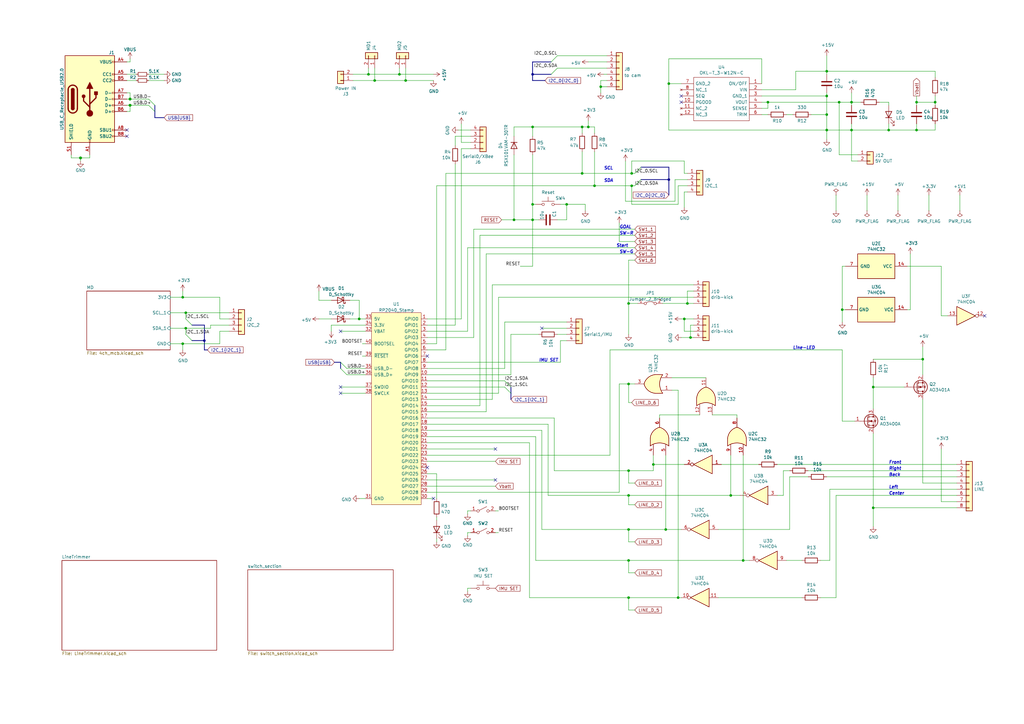
<source format=kicad_sch>
(kicad_sch (version 20211123) (generator eeschema)
  (paper "A3")
  (title_block (title "main board") (date "2022-12-10") (rev "V1.0") (company "A.Saeki"))
  (bus_alias "USB" (members "D+" "D-"))
  (bus_alias "I2C_1" (members "SDA" "SCL"))
  (bus_alias "I2C_0" (members "SDA" "SCL"))
  (junction (at 273.05 217.17))
  (junction (at 257.81 203.2))
  (junction (at 339.09 46.99))
  (junction (at 218.44 30.48))
  (junction (at 339.09 39.37))
  (junction (at 163.83 30.48))
  (junction (at 74.93 121.92))
  (junction (at 280.67 130.81))
  (junction (at 344.17 41.91))
  (junction (at 257.81 245.11))
  (junction (at 383.54 41.91))
  (junction (at 76.2 134.62))
  (junction (at 153.67 33.02))
  (junction (at 257.81 193.04))
  (junction (at 76.2 128.27))
  (junction (at 281.94 124.46))
  (junction (at 218.44 52.07))
  (junction (at 83.82 139.7))
  (junction (at 283.21 138.43))
  (junction (at 246.38 35.56))
  (junction (at 259.08 76.2))
  (junction (at 278.13 245.11))
  (junction (at 210.82 90.17))
  (junction (at 375.92 53.34))
  (junction (at 259.08 71.12))
  (junction (at 358.14 208.28))
  (junction (at 238.76 52.07))
  (junction (at 274.32 34.29))
  (junction (at 349.25 53.34))
  (junction (at 243.84 76.2))
  (junction (at 375.92 41.91))
  (junction (at 257.81 157.48))
  (junction (at 257.81 229.87))
  (junction (at 349.25 41.91))
  (junction (at 364.49 53.34))
  (junction (at 74.93 140.97))
  (junction (at 166.37 33.02))
  (junction (at 304.8 229.87))
  (junction (at 358.14 158.75))
  (junction (at 53.34 40.64) (diameter 1.016))
  (junction (at 299.72 203.2))
  (junction (at 314.96 41.91))
  (junction (at 267.97 190.5))
  (junction (at 345.44 127))
  (junction (at 274.32 73.66))
  (junction (at 232.41 83.82))
  (junction (at 257.81 217.17))
  (junction (at 378.46 147.32))
  (junction (at 218.44 90.17))
  (junction (at 257.81 124.46))
  (junction (at 339.09 29.21))
  (junction (at 218.44 83.82))
  (junction (at 238.76 71.12))
  (junction (at 241.3 52.07))
  (junction (at 53.34 43.18) (diameter 1.016))
  (junction (at 151.13 30.48))
  (junction (at 339.09 53.34))
  (junction (at 147.32 130.81))
  (junction (at 33.02 64.77) (diameter 1.016))
  (no_connect (at 403.86 129.54))
  (no_connect (at 222.25 134.62))
  (no_connect (at 139.7 158.75))
  (no_connect (at 139.7 135.89))
  (no_connect (at 175.26 191.77))
  (no_connect (at 139.7 161.29))
  (no_connect (at 203.2 184.15))
  (no_connect (at 177.8 204.47))
  (no_connect (at 279.4 39.37))
  (no_connect (at 175.26 146.05))
  (no_connect (at 279.4 41.91))
  (no_connect (at 203.2 196.85))
  (no_connect (at 52.07 53.34))
  (no_connect (at 52.07 55.88))
  (bus_entry (at 228.6 27.94) (size -2.54 2.54))
  (bus_entry (at 78.74 133.35) (size -2.54 -2.54))
  (bus_entry (at 228.6 22.86) (size -2.54 2.54))
  (bus_entry (at 60.96 43.18) (size 2.54 2.54))
  (bus_entry (at 207.01 158.75) (size 2.54 2.54))
  (bus_entry (at 207.01 156.21) (size 2.54 2.54))
  (bus_entry (at 139.7 148.59) (size 2.54 2.54))
  (bus_entry (at 60.96 40.64) (size 2.54 2.54))
  (bus_entry (at 139.7 151.13) (size 2.54 2.54))
  (bus_entry (at 260.35 71.12) (size 2.54 -2.54))
  (bus_entry (at 260.35 76.2) (size 2.54 -2.54))
  (bus_entry (at 78.74 139.7) (size -2.54 -2.54))
  (wire (pts (xy 218.44 83.82) (xy 219.71 83.82)))
  (wire (pts (xy 378.46 163.83) (xy 378.46 198.12)))
  (wire (pts (xy 257.81 106.68) (xy 257.81 124.46)))
  (wire (pts (xy 358.14 158.75) (xy 358.14 167.64)))
  (wire (pts (xy 201.93 163.83) (xy 201.93 116.84)))
  (wire (pts (xy 257.81 245.11) (xy 278.13 245.11)))
  (wire (pts (xy 312.42 36.83) (xy 326.39 36.83)))
  (wire (pts (xy 205.74 90.17) (xy 210.82 90.17)))
  (wire (pts (xy 175.26 194.31) (xy 179.07 194.31)))
  (wire (pts (xy 280.67 78.74) (xy 281.94 78.74)))
  (wire (pts (xy 241.3 49.53) (xy 241.3 52.07)))
  (wire (pts (xy 199.39 168.91) (xy 175.26 168.91)))
  (wire (pts (xy 175.26 151.13) (xy 207.01 151.13)))
  (wire (pts (xy 386.08 109.22) (xy 386.08 129.54)))
  (wire (pts (xy 228.6 22.86) (xy 248.92 22.86)))
  (wire (pts (xy 218.44 90.17) (xy 220.98 90.17)))
  (bus (pts (xy 63.5 43.18) (xy 63.5 45.72)))
  (wire (pts (xy 222.25 217.17) (xy 222.25 176.53)))
  (wire (pts (xy 222.25 217.17) (xy 257.81 217.17)))
  (wire (pts (xy 312.42 24.13) (xy 274.32 24.13)))
  (wire (pts (xy 60.96 33.02) (xy 67.31 33.02)))
  (wire (pts (xy 257.81 165.1) (xy 257.81 157.48)))
  (wire (pts (xy 294.64 245.11) (xy 328.93 245.11)))
  (bus (pts (xy 139.7 148.59) (xy 137.16 148.59)))
  (wire (pts (xy 273.05 217.17) (xy 279.4 217.17)))
  (wire (pts (xy 143.51 123.19) (xy 147.32 123.19)))
  (wire (pts (xy 207.01 151.13) (xy 207.01 132.08)))
  (wire (pts (xy 256.54 66.04) (xy 256.54 82.55)))
  (wire (pts (xy 344.17 63.5) (xy 351.79 63.5)))
  (wire (pts (xy 342.9 203.2) (xy 342.9 245.11)))
  (wire (pts (xy 148.59 140.97) (xy 149.86 140.97)))
  (wire (pts (xy 241.3 25.4) (xy 248.92 25.4)))
  (wire (pts (xy 74.93 121.92) (xy 90.17 121.92)))
  (wire (pts (xy 217.17 181.61) (xy 175.26 181.61)))
  (wire (pts (xy 175.26 133.35) (xy 186.69 133.35)))
  (wire (pts (xy 257.81 124.46) (xy 257.81 137.16)))
  (bus (pts (xy 78.74 133.35) (xy 83.82 133.35)))
  (wire (pts (xy 179.07 194.31) (xy 179.07 204.47)))
  (wire (pts (xy 218.44 90.17) (xy 218.44 109.22)))
  (wire (pts (xy 175.26 135.89) (xy 191.77 135.89)))
  (bus (pts (xy 83.82 143.51) (xy 85.09 143.51)))
  (wire (pts (xy 175.26 163.83) (xy 201.93 163.83)))
  (wire (pts (xy 90.17 130.81) (xy 93.98 130.81)))
  (wire (pts (xy 287.02 170.18) (xy 270.51 170.18)))
  (wire (pts (xy 182.88 143.51) (xy 182.88 71.12)))
  (wire (pts (xy 53.34 43.18) (xy 60.96 43.18)))
  (wire (pts (xy 392.43 203.2) (xy 342.9 203.2)))
  (wire (pts (xy 358.14 177.8) (xy 358.14 208.28)))
  (wire (pts (xy 386.08 184.15) (xy 386.08 205.74)))
  (wire (pts (xy 314.96 41.91) (xy 344.17 41.91)))
  (wire (pts (xy 238.76 54.61) (xy 238.76 52.07)))
  (wire (pts (xy 314.96 44.45) (xy 314.96 41.91)))
  (wire (pts (xy 257.81 250.19) (xy 257.81 245.11)))
  (bus (pts (xy 209.55 158.75) (xy 209.55 161.29)))
  (wire (pts (xy 227.33 193.04) (xy 257.81 193.04)))
  (wire (pts (xy 345.44 172.72) (xy 350.52 172.72)))
  (wire (pts (xy 375.92 39.37) (xy 375.92 41.91)))
  (wire (pts (xy 304.8 186.69) (xy 304.8 229.87)))
  (wire (pts (xy 270.51 170.18) (xy 270.51 171.45)))
  (wire (pts (xy 76.2 134.62) (xy 76.2 137.16)))
  (wire (pts (xy 274.32 34.29) (xy 274.32 53.34)))
  (wire (pts (xy 344.17 41.91) (xy 349.25 41.91)))
  (wire (pts (xy 191.77 101.6) (xy 260.35 101.6)))
  (bus (pts (xy 274.32 68.58) (xy 274.32 73.66)))
  (wire (pts (xy 147.32 130.81) (xy 149.86 130.81)))
  (wire (pts (xy 260.35 207.01) (xy 257.81 207.01)))
  (wire (pts (xy 346.71 109.22) (xy 345.44 109.22)))
  (wire (pts (xy 248.92 35.56) (xy 246.38 35.56)))
  (wire (pts (xy 318.77 203.2) (xy 321.31 203.2)))
  (wire (pts (xy 386.08 129.54) (xy 388.62 129.54)))
  (wire (pts (xy 175.26 130.81) (xy 189.23 130.81)))
  (wire (pts (xy 191.77 241.3) (xy 191.77 242.57)))
  (wire (pts (xy 372.11 109.22) (xy 386.08 109.22)))
  (wire (pts (xy 179.07 220.98) (xy 179.07 222.25)))
  (bus (pts (xy 262.89 68.58) (xy 274.32 68.58)))
  (wire (pts (xy 224.79 203.2) (xy 257.81 203.2)))
  (wire (pts (xy 364.49 53.34) (xy 375.92 53.34)))
  (bus (pts (xy 83.82 139.7) (xy 83.82 143.51)))
  (wire (pts (xy 260.35 234.95) (xy 257.81 234.95)))
  (wire (pts (xy 175.26 199.39) (xy 203.2 199.39)))
  (wire (pts (xy 52.07 30.48) (xy 55.88 30.48)))
  (wire (pts (xy 368.3 80.01) (xy 368.3 86.36)))
  (wire (pts (xy 373.38 104.14) (xy 373.38 127)))
  (wire (pts (xy 279.4 138.43) (xy 283.21 138.43)))
  (wire (pts (xy 175.26 186.69) (xy 250.19 186.69)))
  (wire (pts (xy 229.87 139.7) (xy 229.87 148.59)))
  (wire (pts (xy 340.36 229.87) (xy 336.55 229.87)))
  (wire (pts (xy 142.24 153.67) (xy 149.86 153.67)))
  (wire (pts (xy 191.77 135.89) (xy 191.77 101.6)))
  (wire (pts (xy 284.48 135.89) (xy 280.67 135.89)))
  (wire (pts (xy 326.39 29.21) (xy 326.39 36.83)))
  (bus (pts (xy 218.44 30.48) (xy 226.06 30.48)))
  (wire (pts (xy 52.07 33.02) (xy 55.88 33.02)))
  (wire (pts (xy 383.54 41.91) (xy 383.54 43.18)))
  (bus (pts (xy 83.82 133.35) (xy 83.82 139.7)))
  (wire (pts (xy 248.92 33.02) (xy 246.38 33.02)))
  (bus (pts (xy 63.5 48.26) (xy 67.31 48.26)))
  (wire (pts (xy 349.25 41.91) (xy 353.06 41.91)))
  (wire (pts (xy 52.07 45.72) (xy 53.34 45.72)))
  (wire (pts (xy 166.37 33.02) (xy 177.8 33.02)))
  (wire (pts (xy 339.09 53.34) (xy 349.25 53.34)))
  (wire (pts (xy 283.21 133.35) (xy 283.21 138.43)))
  (wire (pts (xy 312.42 39.37) (xy 339.09 39.37)))
  (wire (pts (xy 210.82 90.17) (xy 218.44 90.17)))
  (wire (pts (xy 76.2 128.27) (xy 76.2 130.81)))
  (wire (pts (xy 254 157.48) (xy 257.81 157.48)))
  (wire (pts (xy 135.89 133.35) (xy 135.89 135.89)))
  (wire (pts (xy 217.17 245.11) (xy 257.81 245.11)))
  (wire (pts (xy 201.93 116.84) (xy 284.48 116.84)))
  (wire (pts (xy 175.26 196.85) (xy 203.2 196.85)))
  (wire (pts (xy 224.79 173.99) (xy 224.79 203.2)))
  (wire (pts (xy 349.25 50.8) (xy 349.25 53.34)))
  (wire (pts (xy 267.97 190.5) (xy 267.97 193.04)))
  (wire (pts (xy 69.85 121.92) (xy 74.93 121.92)))
  (wire (pts (xy 53.34 24.13) (xy 53.34 25.4)))
  (wire (pts (xy 281.94 124.46) (xy 271.78 124.46)))
  (wire (pts (xy 392.43 208.28) (xy 358.14 208.28)))
  (wire (pts (xy 179.07 140.97) (xy 179.07 76.2)))
  (wire (pts (xy 349.25 66.04) (xy 351.79 66.04)))
  (wire (pts (xy 243.84 62.23) (xy 243.84 76.2)))
  (wire (pts (xy 193.04 58.42) (xy 189.23 58.42)))
  (wire (pts (xy 149.86 133.35) (xy 135.89 133.35)))
  (wire (pts (xy 358.14 208.28) (xy 358.14 215.9)))
  (wire (pts (xy 257.81 203.2) (xy 299.72 203.2)))
  (wire (pts (xy 204.47 161.29) (xy 204.47 121.92)))
  (wire (pts (xy 53.34 40.64) (xy 60.96 40.64)))
  (bus (pts (xy 209.55 161.29) (xy 209.55 163.83)))
  (wire (pts (xy 259.08 76.2) (xy 260.35 76.2)))
  (bus (pts (xy 63.5 45.72) (xy 63.5 48.26)))
  (wire (pts (xy 364.49 41.91) (xy 364.49 43.18)))
  (wire (pts (xy 53.34 45.72) (xy 53.34 43.18)))
  (wire (pts (xy 130.81 119.38) (xy 130.81 123.19)))
  (wire (pts (xy 228.6 90.17) (xy 232.41 90.17)))
  (wire (pts (xy 299.72 203.2) (xy 303.53 203.2)))
  (wire (pts (xy 278.13 245.11) (xy 279.4 245.11)))
  (wire (pts (xy 274.32 53.34) (xy 339.09 53.34)))
  (wire (pts (xy 229.87 83.82) (xy 232.41 83.82)))
  (wire (pts (xy 74.93 121.92) (xy 74.93 119.38)))
  (wire (pts (xy 193.04 55.88) (xy 186.69 55.88)))
  (wire (pts (xy 339.09 29.21) (xy 383.54 29.21)))
  (wire (pts (xy 69.85 128.27) (xy 76.2 128.27)))
  (wire (pts (xy 332.74 46.99) (xy 339.09 46.99)))
  (wire (pts (xy 364.49 50.8) (xy 364.49 53.34)))
  (wire (pts (xy 228.6 137.16) (xy 232.41 137.16)))
  (wire (pts (xy 254 99.06) (xy 254 91.44)))
  (wire (pts (xy 199.39 104.14) (xy 260.35 104.14)))
  (wire (pts (xy 52.07 43.18) (xy 53.34 43.18)))
  (wire (pts (xy 52.07 38.1) (xy 53.34 38.1)))
  (wire (pts (xy 358.14 147.32) (xy 378.46 147.32)))
  (wire (pts (xy 243.84 76.2) (xy 259.08 76.2)))
  (wire (pts (xy 375.92 41.91) (xy 375.92 43.18)))
  (wire (pts (xy 218.44 52.07) (xy 238.76 52.07)))
  (wire (pts (xy 259.08 76.2) (xy 259.08 83.82)))
  (wire (pts (xy 257.81 229.87) (xy 304.8 229.87)))
  (wire (pts (xy 186.69 59.69) (xy 186.69 55.88)))
  (wire (pts (xy 342.9 80.01) (xy 342.9 86.36)))
  (wire (pts (xy 144.78 30.48) (xy 151.13 30.48)))
  (wire (pts (xy 203.2 218.44) (xy 204.47 218.44)))
  (wire (pts (xy 292.1 170.18) (xy 302.26 170.18)))
  (wire (pts (xy 256.54 82.55) (xy 276.86 82.55)))
  (wire (pts (xy 144.78 33.02) (xy 153.67 33.02)))
  (wire (pts (xy 257.81 198.12) (xy 257.81 193.04)))
  (wire (pts (xy 304.8 229.87) (xy 307.34 229.87)))
  (wire (pts (xy 278.13 76.2) (xy 278.13 83.82)))
  (wire (pts (xy 370.84 158.75) (xy 358.14 158.75)))
  (wire (pts (xy 175.26 184.15) (xy 203.2 184.15)))
  (wire (pts (xy 179.07 212.09) (xy 179.07 213.36)))
  (wire (pts (xy 375.92 41.91) (xy 383.54 41.91)))
  (wire (pts (xy 383.54 39.37) (xy 383.54 41.91)))
  (wire (pts (xy 392.43 200.66) (xy 340.36 200.66)))
  (wire (pts (xy 339.09 22.86) (xy 339.09 29.21)))
  (wire (pts (xy 191.77 209.55) (xy 191.77 210.82)))
  (wire (pts (xy 60.96 30.48) (xy 67.31 30.48)))
  (wire (pts (xy 130.81 130.81) (xy 135.89 130.81)))
  (wire (pts (xy 339.09 29.21) (xy 339.09 30.48)))
  (wire (pts (xy 280.67 190.5) (xy 267.97 190.5)))
  (wire (pts (xy 36.83 64.77) (xy 36.83 63.5)))
  (wire (pts (xy 232.41 139.7) (xy 229.87 139.7)))
  (wire (pts (xy 196.85 96.52) (xy 260.35 96.52)))
  (wire (pts (xy 323.85 195.58) (xy 331.47 195.58)))
  (wire (pts (xy 74.93 140.97) (xy 74.93 143.51)))
  (wire (pts (xy 187.96 53.34) (xy 193.04 53.34)))
  (wire (pts (xy 393.7 80.01) (xy 393.7 86.36)))
  (wire (pts (xy 175.26 143.51) (xy 182.88 143.51)))
  (wire (pts (xy 279.4 34.29) (xy 274.32 34.29)))
  (wire (pts (xy 299.72 186.69) (xy 299.72 203.2)))
  (wire (pts (xy 318.77 190.5) (xy 392.43 190.5)))
  (wire (pts (xy 90.17 135.89) (xy 93.98 135.89)))
  (wire (pts (xy 257.81 217.17) (xy 273.05 217.17)))
  (wire (pts (xy 383.54 50.8) (xy 383.54 53.34)))
  (bus (pts (xy 218.44 25.4) (xy 218.44 30.48)))
  (wire (pts (xy 284.48 124.46) (xy 281.94 124.46)))
  (wire (pts (xy 238.76 62.23) (xy 238.76 71.12)))
  (bus (pts (xy 226.06 25.4) (xy 218.44 25.4)))
  (wire (pts (xy 260.35 222.25) (xy 257.81 222.25)))
  (wire (pts (xy 274.32 24.13) (xy 274.32 34.29)))
  (wire (pts (xy 241.3 52.07) (xy 243.84 52.07)))
  (wire (pts (xy 149.86 135.89) (xy 139.7 135.89)))
  (wire (pts (xy 246.38 33.02) (xy 246.38 35.56)))
  (wire (pts (xy 189.23 130.81) (xy 189.23 60.96)))
  (wire (pts (xy 175.26 189.23) (xy 203.2 189.23)))
  (wire (pts (xy 217.17 245.11) (xy 217.17 181.61)))
  (wire (pts (xy 280.67 130.81) (xy 284.48 130.81)))
  (wire (pts (xy 175.26 156.21) (xy 207.01 156.21)))
  (wire (pts (xy 383.54 29.21) (xy 383.54 31.75)))
  (bus (pts (xy 274.32 73.66) (xy 274.32 80.01)))
  (wire (pts (xy 76.2 128.27) (xy 93.98 128.27)))
  (wire (pts (xy 207.01 132.08) (xy 232.41 132.08)))
  (wire (pts (xy 33.02 64.77) (xy 36.83 64.77)))
  (wire (pts (xy 295.91 190.5) (xy 311.15 190.5)))
  (wire (pts (xy 191.77 218.44) (xy 191.77 219.71)))
  (wire (pts (xy 194.31 93.98) (xy 260.35 93.98)))
  (wire (pts (xy 29.21 63.5) (xy 29.21 64.77)))
  (wire (pts (xy 339.09 38.1) (xy 339.09 39.37)))
  (wire (pts (xy 175.26 201.93) (xy 254 201.93)))
  (wire (pts (xy 149.86 161.29) (xy 139.7 161.29)))
  (wire (pts (xy 182.88 71.12) (xy 238.76 71.12)))
  (wire (pts (xy 143.51 130.81) (xy 147.32 130.81)))
  (bus (pts (xy 218.44 30.48) (xy 218.44 33.02)))
  (wire (pts (xy 86.36 133.35) (xy 86.36 134.62)))
  (wire (pts (xy 149.86 158.75) (xy 139.7 158.75)))
  (wire (pts (xy 250.19 143.51) (xy 250.19 186.69)))
  (wire (pts (xy 280.67 71.12) (xy 281.94 71.12)))
  (wire (pts (xy 175.26 148.59) (xy 229.87 148.59)))
  (wire (pts (xy 196.85 96.52) (xy 196.85 166.37)))
  (wire (pts (xy 246.38 35.56) (xy 246.38 38.1)))
  (wire (pts (xy 349.25 53.34) (xy 364.49 53.34)))
  (wire (pts (xy 163.83 27.94) (xy 163.83 30.48)))
  (wire (pts (xy 339.09 39.37) (xy 339.09 46.99)))
  (wire (pts (xy 358.14 154.94) (xy 358.14 158.75)))
  (wire (pts (xy 151.13 27.94) (xy 151.13 30.48)))
  (wire (pts (xy 204.47 121.92) (xy 284.48 121.92)))
  (wire (pts (xy 189.23 60.96) (xy 193.04 60.96)))
  (wire (pts (xy 322.58 229.87) (xy 328.93 229.87)))
  (wire (pts (xy 340.36 200.66) (xy 340.36 229.87)))
  (wire (pts (xy 238.76 52.07) (xy 241.3 52.07)))
  (bus (pts (xy 218.44 33.02) (xy 223.52 33.02)))
  (wire (pts (xy 278.13 76.2) (xy 281.94 76.2)))
  (wire (pts (xy 147.32 204.47) (xy 149.86 204.47)))
  (wire (pts (xy 257.81 234.95) (xy 257.81 229.87)))
  (wire (pts (xy 375.92 53.34) (xy 383.54 53.34)))
  (wire (pts (xy 209.55 153.67) (xy 175.26 153.67)))
  (wire (pts (xy 93.98 133.35) (xy 86.36 133.35)))
  (wire (pts (xy 346.71 127) (xy 345.44 127)))
  (wire (pts (xy 166.37 27.94) (xy 166.37 33.02)))
  (wire (pts (xy 175.26 158.75) (xy 207.01 158.75)))
  (wire (pts (xy 373.38 127) (xy 372.11 127)))
  (wire (pts (xy 321.31 193.04) (xy 323.85 193.04)))
  (wire (pts (xy 151.13 30.48) (xy 163.83 30.48)))
  (wire (pts (xy 312.42 41.91) (xy 314.96 41.91)))
  (wire (pts (xy 322.58 46.99) (xy 325.12 46.99)))
  (wire (pts (xy 260.35 250.19) (xy 257.81 250.19)))
  (wire (pts (xy 130.81 123.19) (xy 135.89 123.19)))
  (wire (pts (xy 344.17 41.91) (xy 344.17 63.5)))
  (wire (pts (xy 52.07 40.64) (xy 53.34 40.64)))
  (wire (pts (xy 273.05 186.69) (xy 273.05 217.17)))
  (wire (pts (xy 222.25 176.53) (xy 175.26 176.53)))
  (wire (pts (xy 386.08 205.74) (xy 392.43 205.74)))
  (wire (pts (xy 284.48 133.35) (xy 283.21 133.35)))
  (wire (pts (xy 228.6 27.94) (xy 248.92 27.94)))
  (wire (pts (xy 203.2 209.55) (xy 204.47 209.55)))
  (wire (pts (xy 177.8 204.47) (xy 175.26 204.47)))
  (wire (pts (xy 193.04 218.44) (xy 191.77 218.44)))
  (wire (pts (xy 194.31 138.43) (xy 194.31 93.98)))
  (wire (pts (xy 210.82 52.07) (xy 210.82 55.88)))
  (wire (pts (xy 213.36 109.22) (xy 218.44 109.22)))
  (wire (pts (xy 312.42 34.29) (xy 312.42 24.13)))
  (wire (pts (xy 247.65 30.48) (xy 248.92 30.48)))
  (wire (pts (xy 33.02 64.77) (xy 33.02 66.04)))
  (wire (pts (xy 218.44 83.82) (xy 218.44 90.17)))
  (wire (pts (xy 331.47 193.04) (xy 392.43 193.04)))
  (wire (pts (xy 232.41 90.17) (xy 232.41 83.82)))
  (wire (pts (xy 267.97 186.69) (xy 267.97 190.5)))
  (wire (pts (xy 339.09 46.99) (xy 339.09 53.34)))
  (wire (pts (xy 148.59 146.05) (xy 149.86 146.05)))
  (wire (pts (xy 153.67 33.02) (xy 166.37 33.02)))
  (wire (pts (xy 275.59 154.94) (xy 289.56 154.94)))
  (wire (pts (xy 90.17 121.92) (xy 90.17 130.81)))
  (wire (pts (xy 260.35 198.12) (xy 257.81 198.12)))
  (bus (pts (xy 262.89 73.66) (xy 274.32 73.66)))
  (wire (pts (xy 147.32 123.19) (xy 147.32 130.81)))
  (wire (pts (xy 232.41 134.62) (xy 222.25 134.62)))
  (wire (pts (xy 345.44 109.22) (xy 345.44 127)))
  (wire (pts (xy 153.67 27.94) (xy 153.67 33.02)))
  (wire (pts (xy 69.85 140.97) (xy 74.93 140.97)))
  (wire (pts (xy 345.44 127) (xy 345.44 132.08)))
  (bus (pts (xy 139.7 151.13) (xy 139.7 148.59)))
  (wire (pts (xy 232.41 83.82) (xy 240.03 83.82)))
  (wire (pts (xy 179.07 76.2) (xy 243.84 76.2)))
  (wire (pts (xy 259.08 66.04) (xy 280.67 66.04)))
  (wire (pts (xy 175.26 171.45) (xy 227.33 171.45)))
  (wire (pts (xy 254 157.48) (xy 254 201.93)))
  (wire (pts (xy 218.44 55.88) (xy 218.44 52.07)))
  (wire (pts (xy 218.44 63.5) (xy 218.44 83.82)))
  (wire (pts (xy 355.6 80.01) (xy 355.6 86.36)))
  (wire (pts (xy 193.04 241.3) (xy 191.77 241.3)))
  (wire (pts (xy 321.31 203.2) (xy 321.31 193.04)))
  (wire (pts (xy 238.76 71.12) (xy 259.08 71.12)))
  (wire (pts (xy 261.62 124.46) (xy 257.81 124.46)))
  (wire (pts (xy 210.82 63.5) (xy 210.82 90.17)))
  (wire (pts (xy 349.25 53.34) (xy 349.25 66.04)))
  (wire (pts (xy 375.92 50.8) (xy 375.92 53.34)))
  (wire (pts (xy 276.86 73.66) (xy 276.86 82.55)))
  (wire (pts (xy 209.55 137.16) (xy 220.98 137.16)))
  (wire (pts (xy 302.26 170.18) (xy 302.26 171.45)))
  (wire (pts (xy 294.64 217.17) (xy 323.85 217.17)))
  (wire (pts (xy 193.04 209.55) (xy 191.77 209.55)))
  (bus (pts (xy 78.74 139.7) (xy 83.82 139.7)))
  (wire (pts (xy 378.46 142.24) (xy 378.46 147.32)))
  (wire (pts (xy 175.26 161.29) (xy 204.47 161.29)))
  (wire (pts (xy 339.09 53.34) (xy 339.09 57.15)))
  (wire (pts (xy 312.42 46.99) (xy 314.96 46.99)))
  (wire (pts (xy 276.86 73.66) (xy 281.94 73.66)))
  (wire (pts (xy 175.26 179.07) (xy 219.71 179.07)))
  (wire (pts (xy 219.71 179.07) (xy 219.71 229.87)))
  (wire (pts (xy 257.81 157.48) (xy 260.35 157.48)))
  (wire (pts (xy 275.59 160.02) (xy 278.13 160.02)))
  (wire (pts (xy 259.08 165.1) (xy 257.81 165.1)))
  (wire (pts (xy 257.81 193.04) (xy 267.97 193.04)))
  (wire (pts (xy 210.82 52.07) (xy 218.44 52.07)))
  (wire (pts (xy 280.67 135.89) (xy 280.67 130.81)))
  (wire (pts (xy 53.34 38.1) (xy 53.34 40.64)))
  (wire (pts (xy 259.08 71.12) (xy 259.08 66.04)))
  (wire (pts (xy 312.42 44.45) (xy 314.96 44.45)))
  (wire (pts (xy 260.35 106.68) (xy 257.81 106.68)))
  (wire (pts (xy 74.93 140.97) (xy 90.17 140.97)))
  (wire (pts (xy 175.26 173.99) (xy 224.79 173.99)))
  (wire (pts (xy 240.03 83.82) (xy 240.03 86.36)))
  (wire (pts (xy 250.19 143.51) (xy 345.44 143.51)))
  (wire (pts (xy 284.48 119.38) (xy 281.94 119.38)))
  (wire (pts (xy 279.4 130.81) (xy 280.67 130.81)))
  (wire (pts (xy 142.24 151.13) (xy 149.86 151.13)))
  (wire (pts (xy 278.13 160.02) (xy 278.13 245.11)))
  (wire (pts (xy 342.9 245.11) (xy 336.55 245.11)))
  (wire (pts (xy 345.44 143.51) (xy 345.44 172.72)))
  (wire (pts (xy 199.39 104.14) (xy 199.39 168.91)))
  (wire (pts (xy 260.35 99.06) (xy 254 99.06)))
  (wire (pts (xy 257.81 222.25) (xy 257.81 217.17)))
  (wire (pts (xy 186.69 133.35) (xy 186.69 67.31)))
  (wire (pts (xy 163.83 30.48) (xy 177.8 30.48)))
  (wire (pts (xy 219.71 229.87) (xy 257.81 229.87)))
  (wire (pts (xy 349.25 38.1) (xy 349.25 41.91)))
  (wire (pts (xy 349.25 41.91) (xy 349.25 43.18)))
  (wire (pts (xy 339.09 195.58) (xy 392.43 195.58)))
  (wire (pts (xy 196.85 166.37) (xy 175.26 166.37)))
  (wire (pts (xy 323.85 195.58) (xy 323.85 217.17)))
  (wire (pts (xy 257.81 207.01) (xy 257.81 203.2)))
  (wire (pts (xy 360.68 41.91) (xy 364.49 41.91)))
  (wire (pts (xy 259.08 71.12) (xy 260.35 71.12)))
  (wire (pts (xy 227.33 171.45) (xy 227.33 193.04)))
  (wire (pts (xy 281.94 119.38) (xy 281.94 124.46)))
  (wire (pts (xy 326.39 29.21) (xy 339.09 29.21)))
  (wire (pts (xy 175.26 138.43) (xy 194.31 138.43)))
  (wire (pts (xy 283.21 138.43) (xy 284.48 138.43)))
  (wire (pts (xy 280.67 66.04) (xy 280.67 71.12)))
  (wire (pts (xy 381 80.01) (xy 381 86.36)))
  (wire (pts (xy 86.36 134.62) (xy 76.2 134.62)))
  (wire (pts (xy 243.84 52.07) (xy 243.84 54.61)))
  (wire (pts (xy 52.07 25.4) (xy 53.34 25.4)))
  (wire (pts (xy 90.17 140.97) (xy 90.17 135.89)))
  (wire (pts (xy 175.26 140.97) (xy 179.07 140.97)))
  (wire (pts (xy 392.43 198.12) (xy 378.46 198.12)))
  (wire (pts (xy 76.2 134.62) (xy 69.85 134.62)))
  (wire (pts (xy 378.46 147.32) (xy 378.46 153.67)))
  (wire (pts (xy 189.23 58.42) (xy 189.23 50.8)))
  (wire (pts (xy 209.55 137.16) (xy 209.55 153.67)))
  (wire (pts (xy 29.21 64.77) (xy 33.02 64.77)))
  (wire (pts (xy 259.08 83.82) (xy 278.13 83.82)))
  (wire (pts (xy 280.67 85.09) (xy 280.67 78.74)))
  (text "GOAL" (at 254 93.98 0) (effects (font (size 1.27 1.27) (thickness 0.254) bold italic) (justify left bottom)))
  (text "Line-LED" (at 325.12 143.51 0) (effects (font (size 1.27 1.27) (thickness 0.254) bold italic) (justify left bottom)))
  (text "Front" (at 364.49 190.5 0) (effects (font (size 1.27 1.27) (thickness 0.254) bold italic) (justify left bottom)))
  (text "SCL" (at 247.65 69.85 0) (effects (font (size 1.27 1.27) (thickness 0.254) bold italic) (justify left bottom)))
  (text "Back" (at 364.49 195.58 0) (effects (font (size 1.27 1.27) (thickness 0.254) bold italic) (justify left bottom)))
  (text "Left" (at 364.49 200.66 0) (effects (font (size 1.27 1.27) (thickness 0.254) bold italic) (justify left bottom)))
  (text "Center" (at 364.49 203.2 0) (effects (font (size 1.27 1.27) (thickness 0.254) bold italic) (justify left bottom)))
  (text "SDA" (at 247.65 74.93 0) (effects (font (size 1.27 1.27) (thickness 0.254) bold italic) (justify left bottom)))
  (text "IMU SET" (at 220.98 148.59 0) (effects (font (size 1.27 1.27) (thickness 0.254) bold italic) (justify left bottom)))
  (text "Start" (at 252.73 101.6 0) (effects (font (size 1.27 1.27) (thickness 0.254) bold italic) (justify left bottom)))
  (text "Right" (at 364.49 193.04 0) (effects (font (size 1.27 1.27) (thickness 0.254) bold italic) (justify left bottom)))
  (text "SW-G" (at 254 104.14 0) (effects (font (size 1.27 1.27) (thickness 0.254) bold italic) (justify left bottom)))
  (text "SW-R" (at 254 96.52 0) (effects (font (size 1.27 1.27) (thickness 0.254) bold italic) (justify left bottom)))
  (label "USB.D+" (at 54.61 43.18 0))
  (label "I2C_0.SCL" (at 228.6 22.86 180))
  (label "RESET" (at 204.47 218.44 0))
  (label "USB.D-" (at 149.86 151.13 180))
  (label "I2C_1.SDA" (at 207.01 156.21 0))
  (label "I2C_0.SDA" (at 260.35 76.2 0))
  (label "I2C_0.SCL" (at 260.35 71.12 0))
  (label "RESET" (at 148.59 146.05 180))
  (label "USB.D-" (at 54.61 40.64 0))
  (label "RESET" (at 213.36 109.22 180))
  (label "BOOTSET" (at 204.47 209.55 0))
  (label "BOOTSET" (at 148.59 140.97 180))
  (label "I2C_0.SDA" (at 228.6 27.94 180))
  (label "USB.D+" (at 149.86 153.67 180))
  (label "I2C_1.SCL" (at 207.01 158.75 0))
  (label "I2C_1.SDA" (at 76.2 137.16 0))
  (label "I2C_1.SCL" (at 76.2 130.81 0))
  (global_label "I2C_1{I2C_1}" (shape input) (at 209.55 163.83 0) (property "Intersheet References" "${INTERSHEET_REFS}" (effects hide)))
  (global_label "SW1_2" (shape input) (at 260.35 96.52 0) (property "Intersheet References" "${INTERSHEET_REFS}" (effects hide)))
  (global_label "IMU SET" (shape input) (at 203.2 189.23 0) (property "Intersheet References" "${INTERSHEET_REFS}" (effects hide)))
  (global_label "LINE_D_5" (shape input) (at 260.35 250.19 0) (property "Intersheet References" "${INTERSHEET_REFS}" (effects hide)))
  (global_label "SW1_4" (shape input) (at 260.35 101.6 0) (property "Intersheet References" "${INTERSHEET_REFS}" (effects hide)))
  (global_label "SW1_5" (shape input) (at 260.35 104.14 0) (property "Intersheet References" "${INTERSHEET_REFS}" (effects hide)))
  (global_label "I2C_1{I2C_1}" (shape input) (at 85.09 143.51 0) (property "Intersheet References" "${INTERSHEET_REFS}" (effects hide)))
  (global_label "SW1_1" (shape input) (at 260.35 93.98 0) (property "Intersheet References" "${INTERSHEET_REFS}" (effects hide)))
  (global_label "LINE_D_3" (shape input) (at 260.35 222.25 0) (property "Intersheet References" "${INTERSHEET_REFS}" (effects hide)))
  (global_label "LINE_D_6" (shape input) (at 259.08 165.1 0) (property "Intersheet References" "${INTERSHEET_REFS}" (effects hide)))
  (global_label "LINE_D_4" (shape input) (at 260.35 234.95 0) (property "Intersheet References" "${INTERSHEET_REFS}" (effects hide)))
  (global_label "Vbatt" (shape input) (at 203.2 199.39 0) (property "Intersheet References" "${INTERSHEET_REFS}" (effects hide)))
  (global_label "USB{USB}" (shape input) (at 67.31 48.26 0) (property "Intersheet References" "${INTERSHEET_REFS}" (effects hide)))
  (global_label "LINE_D_1" (shape input) (at 260.35 198.12 0) (property "Intersheet References" "${INTERSHEET_REFS}" (effects hide)))
  (global_label "USB{USB}" (shape input) (at 137.16 148.59 180) (property "Intersheet References" "${INTERSHEET_REFS}" (effects hide)))
  (global_label "SW1_3" (shape input) (at 260.35 99.06 0) (property "Intersheet References" "${INTERSHEET_REFS}" (effects hide)))
  (global_label "I2C_0{I2C_0}" (shape input) (at 274.32 80.01 180) (property "Intersheet References" "${INTERSHEET_REFS}" (effects hide)))
  (global_label "LINE_D_2" (shape input) (at 260.35 207.01 0) (property "Intersheet References" "${INTERSHEET_REFS}" (effects hide)))
  (global_label "SW1_6" (shape input) (at 260.35 106.68 0) (property "Intersheet References" "${INTERSHEET_REFS}" (effects hide)))
  (global_label "I2C_0{I2C_0}" (shape input) (at 223.52 33.02 0) (property "Intersheet References" "${INTERSHEET_REFS}" (effects hide)))
  (global_label "RESET" (shape input) (at 205.74 90.17 180) (property "Intersheet References" "${INTERSHEET_REFS}" (effects hide)))
  (global_label "IMU SET" (shape input) (at 203.2 241.3 0) (property "Intersheet References" "${INTERSHEET_REFS}" (effects hide)))
  (global_label "Vbatt" (shape output) (at 375.92 39.37 90) (property "Intersheet References" "${INTERSHEET_REFS}" (effects hide)))
  (symbol (lib_id "power:+5V") (at 130.81 130.81 90) (unit 1)
    (property "Reference" "#PWR08" (effects hide))
    (property "Value" "+5V" (at 127.6351 131.2438 90) (effects (justify left)))
  )
  (symbol (lib_id "Connector_Generic:Conn_01x06") (at 254 27.94 0) (unit 1)
    (property "Reference" "J8" (at 256.032 28.3753 0) (effects (justify left)))
    (property "Value" "to cam" (at 256.032 30.9122 0) (effects (justify left)))
    (property "Footprint" "0.main.robot:JSTB6B-ZR" (effects hide))
  )
  (symbol (lib_id "power:+5V") (at 378.46 142.24 0) (unit 1)
    (property "Reference" "#PWR039" (effects hide))
    (property "Value" "+5V" (at 378.841 137.8458 0))
  )
  (symbol (lib_id "power:GND") (at 358.14 215.9 0) (unit 1)
    (property "Reference" "#PWR036" (effects hide))
    (property "Value" "GND" (at 358.267 220.2942 0))
  )
  (symbol (lib_id "Switch:SW_Push") (at 198.12 241.3 0) (unit 1)
    (property "Reference" "SW3" (at 198.12 233.68 0))
    (property "Value" "IMU SET" (at 198.12 236.22 0))
    (property "Footprint" "Button_Switch_THT:SW_Tactile_Straight_KSA0Axx1LFTR" (effects hide))
  )
  (symbol (lib_id "power:+3V3") (at 241.3 49.53 0) (unit 1)
    (property "Reference" "#PWR021" (effects hide))
    (property "Value" "+3V3" (at 241.681 45.1358 0))
  )
  (symbol (lib_id "Device:D_Schottky") (at 139.7 130.81 180) (unit 1)
    (property "Reference" "D2" (at 140.0175 125.8402 0))
    (property "Value" "D_Schottky" (at 140.0175 128.3771 0))
    (property "Footprint" "Diode_SMD:D_0805_2012Metric_Pad1.15x1.40mm_HandSolder" (effects hide))
  )
  (symbol (lib_id "power:+3V3") (at 74.93 119.38 0) (unit 1)
    (property "Reference" "#PWR05" (effects hide))
    (property "Value" "+3V3" (at 75.311 114.9858 0))
  )
  (symbol (lib_id "Device:R") (at 318.77 46.99 270) (unit 1)
    (property "Reference" "R10" (at 318.77 49.53 90))
    (property "Value" "1k" (at 318.77 44.0436 90))
    (property "Footprint" "Resistor_THT:R_Axial_DIN0204_L3.6mm_D1.6mm_P5.08mm_Horizontal" (effects hide))
  )
  (symbol (lib_id "Connector_Generic:Conn_01x02") (at 166.37 22.86 270) (mirror x) (unit 1)
    (property "Reference" "J5" (at 166.1668 20.828 0) (effects (justify left)))
    (property "Value" "MD2" (at 163.8554 20.828 0) (effects (justify left)))
    (property "Footprint" "Connector_JST:JST_XH_S2B-XH-A-1_1x02_P2.50mm_Horizontal" (effects hide))
  )
  (symbol (lib_id "Device:C") (at 224.79 90.17 270) (unit 1)
    (property "Reference" "C1" (at 227.33 86.36 0) (effects (justify left)))
    (property "Value" "10u" (at 222.25 86.36 0) (effects (justify left)))
    (property "Footprint" "Capacitor_SMD:C_0603_1608Metric_Pad1.08x0.95mm_HandSolder" (effects hide))
  )
  (symbol (lib_id "Device:R") (at 179.07 208.28 180) (unit 1)
    (property "Reference" "R3" (at 180.848 207.4453 0) (effects (justify right)))
    (property "Value" "470" (at 180.848 209.9822 0) (effects (justify right)))
    (property "Footprint" "Resistor_SMD:R_0603_1608Metric_Pad0.98x0.95mm_HandSolder" (effects hide))
  )
  (symbol (lib_id "Device:C") (at 349.25 46.99 0) (unit 1)
    (property "Reference" "C3" (at 352.171 45.8216 0) (effects (justify left)))
    (property "Value" "10u" (at 352.171 48.133 0) (effects (justify left)))
    (property "Footprint" "Capacitor_SMD:C_0603_1608Metric_Pad1.08x0.95mm_HandSolder" (effects hide))
  )
  (symbol (lib_id "power:+5V") (at 349.25 38.1 0) (unit 1)
    (property "Reference" "#PWR034" (effects hide))
    (property "Value" "+5V" (at 349.631 33.7058 0))
  )
  (symbol (lib_id "Connector_Generic:Conn_01x04") (at 289.56 133.35 0) (unit 1)
    (property "Reference" "J11" (at 291.592 133.5532 0) (effects (justify left)))
    (property "Value" "drib-kick" (at 291.592 135.8646 0) (effects (justify left)))
    (property "Footprint" "Connector_PinHeader_2.54mm:PinHeader_1x04_P2.54mm_Vertical" (effects hide))
  )
  (symbol (lib_id "power:PWR_FLAG") (at 381 86.36 180) (unit 1)
    (property "Reference" "#FLG04" (effects hide))
    (property "Value" "PWR_FLAG" (at 381 90.7542 0))
  )
  (symbol (lib_id "power:+3V3") (at 135.89 135.89 180) (unit 1)
    (property "Reference" "#PWR09" (effects hide))
    (property "Value" "+3V3" (at 135.509 140.2842 0))
  )
  (symbol (lib_id "Connector_Generic:Conn_01x04") (at 198.12 58.42 0) (mirror x) (unit 1)
    (property "Reference" "J6" (at 196.0372 66.4718 0))
    (property "Value" "Serial0/XBee" (at 196.0372 64.1604 0))
    (property "Footprint" "Connector_PinHeader_2.54mm:PinHeader_1x04_P2.54mm_Vertical" (effects hide))
  )
  (symbol (lib_id "power:+3V3") (at 256.54 66.04 0) (unit 1)
    (property "Reference" "#PWR025" (effects hide))
    (property "Value" "+3V3" (at 256.921 61.6458 0))
  )
  (symbol (lib_id "Device:R") (at 383.54 35.56 0) (unit 1)
    (property "Reference" "R18" (at 385.318 34.3916 0) (effects (justify left)))
    (property "Value" "47k" (at 385.318 36.703 0) (effects (justify left)))
    (property "Footprint" "Resistor_SMD:R_0603_1608Metric_Pad0.98x0.95mm_HandSolder" (effects hide))
  )
  (symbol (lib_id "power:+15V") (at 177.8 30.48 270) (unit 1)
    (property "Reference" "#PWR011" (effects hide))
    (property "Value" "+15V" (at 182.1942 30.861 0))
  )
  (symbol (lib_id "power:+1V1") (at 393.7 80.01 0) (unit 1)
    (property "Reference" "#PWR042" (effects hide))
    (property "Value" "+1V1" (at 393.7 76.4342 0))
  )
  (symbol (lib_id "Connector:USB_C_Receptacle_USB2.0") (at 36.83 40.64 0) (unit 1)
    (property "Reference" "J1" (at 46.99 21.59 0) (effects (justify right)))
    (property "Value" "USB_C_Receptacle_USB2.0" (at 25.4 40.64 90))
    (property "Footprint" "Connector_USB:USB_C_Receptacle_XKB_U262-16XN-4BVC11" (effects hide))
    (property "Datasheet" "https://www.usb.org/sites/default/files/documents/usb_type-c.zip" (effects hide))
    (property "LCSC" "C319148" (effects hide))
  )
  (symbol (lib_id "power:GND") (at 279.4 138.43 270) (unit 1)
    (property "Reference" "#PWR028" (effects hide))
    (property "Value" "GND" (at 275.0058 138.557 0))
  )
  (symbol (lib_id "74xx:74HC04") (at 287.02 245.11 0) (mirror y) (unit 5)
    (property "Reference" "U3" (at 287.02 237.0582 0))
    (property "Value" "74HC04" (at 287.02 239.3696 0))
    (property "Footprint" "0.main.robot:SOP14W" (effects hide))
    (property "Datasheet" "https://assets.nexperia.com/documents/data-sheet/74HC_HCT04.pdf" (effects hide))
  )
  (symbol (lib_id "Device:R") (at 327.66 193.04 90) (mirror x) (unit 1)
    (property "Reference" "R11" (at 327.66 187.7822 90))
    (property "Value" "10k" (at 327.66 190.0936 90))
    (property "Footprint" "Resistor_SMD:R_0603_1608Metric_Pad0.98x0.95mm_HandSolder" (effects hide))
  )
  (symbol (lib_id "Device:R") (at 224.79 137.16 90) (mirror x) (unit 1)
    (property "Reference" "R6" (at 223.6216 138.938 0) (effects (justify left)))
    (property "Value" "10k" (at 225.933 138.938 0) (effects (justify left)))
    (property "Footprint" "Resistor_SMD:R_0603_1608Metric_Pad0.98x0.95mm_HandSolder" (effects hide))
  )
  (symbol (lib_id "Device:R") (at 335.28 195.58 90) (mirror x) (unit 1)
    (property "Reference" "R15" (at 335.28 190.3222 90))
    (property "Value" "10k" (at 335.28 192.6336 90))
    (property "Footprint" "Resistor_SMD:R_0603_1608Metric_Pad0.98x0.95mm_HandSolder" (effects hide))
  )
  (symbol (lib_id "power:GND") (at 74.93 143.51 0) (unit 1)
    (property "Reference" "#PWR06" (effects hide))
    (property "Value" "GND" (at 75.057 147.9042 0))
  )
  (symbol (lib_id "power:GND") (at 342.9 86.36 0) (unit 1)
    (property "Reference" "#PWR032" (effects hide))
    (property "Value" "GND" (at 343.027 90.7542 0))
  )
  (symbol (lib_id "Device:R") (at 356.87 41.91 90) (unit 1)
    (property "Reference" "R16" (at 355.7016 40.132 0) (effects (justify left)))
    (property "Value" "470" (at 358.013 40.132 0) (effects (justify left)))
    (property "Footprint" "Resistor_SMD:R_0603_1608Metric_Pad0.98x0.95mm_HandSolder" (effects hide))
  )
  (symbol (lib_id "Diode:1N4001") (at 210.82 59.69 270) (unit 1)
    (property "Reference" "D4" (at 205.3082 59.69 0))
    (property "Value" "RSX101VAM-30TR" (at 207.6196 59.69 0))
    (property "Footprint" "Diode_SMD:D_SMA" (effects hide))
    (property "Datasheet" "http://www.vishay.com/docs/88503/1n4001.pdf" (effects hide))
  )
  (symbol (lib_id "power:+3V3") (at 386.08 184.15 0) (unit 1)
    (property "Reference" "#PWR041" (effects hide))
    (property "Value" "+3V3" (at 386.461 179.7558 0))
  )
  (symbol (lib_id "Device:R") (at 238.76 58.42 0) (unit 1)
    (property "Reference" "R7" (at 233.68 57.15 0) (effects (justify left)))
    (property "Value" "47k" (at 233.68 59.69 0) (effects (justify left)))
    (property "Footprint" "Resistor_SMD:R_0603_1608Metric_Pad0.98x0.95mm_HandSolder" (effects hide))
  )
  (symbol (lib_id "power:+5V") (at 247.65 30.48 90) (unit 1)
    (property "Reference" "#PWR023" (effects hide))
    (property "Value" "+5V" (at 244.4751 30.9138 90) (effects (justify left)))
  )
  (symbol (lib_id "Device:R") (at 383.54 46.99 0) (unit 1)
    (property "Reference" "R19" (at 385.318 45.8216 0) (effects (justify left)))
    (property "Value" "10k" (at 385.318 48.133 0) (effects (justify left)))
    (property "Footprint" "Resistor_SMD:R_0603_1608Metric_Pad0.98x0.95mm_HandSolder" (effects hide))
  )
  (symbol (lib_id "Connector_Generic:Conn_01x04") (at 99.06 130.81 0) (unit 1)
    (property "Reference" "J2" (at 101.092 131.0132 0) (effects (justify left)))
    (property "Value" "I2C_2" (at 101.092 133.3246 0) (effects (justify left)))
    (property "Footprint" "0.main.robot:JSTB4B-ZR" (effects hide))
  )
  (symbol (lib_id "Connector_Generic:Conn_01x02") (at 356.87 63.5 0) (unit 1)
    (property "Reference" "J12" (at 358.902 63.7032 0) (effects (justify left)))
    (property "Value" "5V OUT" (at 358.902 66.0146 0) (effects (justify left)))
    (property "Footprint" "Connector_JST:JST_XH_B2B-XH-A_1x02_P2.50mm_Vertical" (effects hide))
  )
  (symbol (lib_id "power:GND") (at 280.67 85.09 0) (unit 1)
    (property "Reference" "#PWR029" (effects hide))
    (property "Value" "GND" (at 280.797 89.4842 0))
  )
  (symbol (lib_id "power:+15V") (at 279.4 130.81 90) (unit 1)
    (property "Reference" "#PWR027" (effects hide))
    (property "Value" "+15V" (at 275.0058 130.429 0))
  )
  (symbol (lib_id "power:GND") (at 67.31 33.02 90) (unit 1)
    (property "Reference" "#PWR04" (effects hide))
    (property "Value" "GND" (at 72.39 33.02 90))
  )
  (symbol (lib_id "74xx:74HC04") (at 396.24 129.54 0) (unit 6)
    (property "Reference" "U3" (at 396.24 121.4882 0))
    (property "Value" "74HC04" (at 396.24 123.7996 0))
    (property "Footprint" "0.main.robot:SOP14W" (effects hide))
    (property "Datasheet" "https://assets.nexperia.com/documents/data-sheet/74HC_HCT04.pdf" (effects hide))
  )
  (symbol (lib_id "Device:Q_PMOS_GSD") (at 375.92 158.75 0) (mirror x) (unit 1)
    (property "Reference" "Q2" (at 381.127 157.5816 0) (effects (justify left)))
    (property "Value" "AO3401A" (at 381.127 159.893 0) (effects (justify left)))
    (property "Footprint" "Package_TO_SOT_SMD:SOT-23_Handsoldering" (effects hide))
  )
  (symbol (lib_id "Device:Q_NMOS_GSD") (at 355.6 172.72 0) (unit 1)
    (property "Reference" "Q1" (at 360.8324 171.5516 0) (effects (justify left)))
    (property "Value" "AO3400A" (at 360.8324 173.863 0) (effects (justify left)))
    (property "Footprint" "Package_TO_SOT_SMD:SOT-23_Handsoldering" (effects hide))
  )
  (symbol (lib_id "74xx:74HC04") (at 311.15 203.2 0) (mirror y) (unit 2)
    (property "Reference" "U3" (at 311.15 195.1482 0))
    (property "Value" "74HC04" (at 311.15 197.4596 0))
    (property "Footprint" "0.main.robot:SOP14W" (effects hide))
    (property "Datasheet" "https://assets.nexperia.com/documents/data-sheet/74HC_HCT04.pdf" (effects hide))
  )
  (symbol (lib_id "Device:R") (at 218.44 59.69 0) (unit 1)
    (property "Reference" "R5" (at 220.218 58.5216 0) (effects (justify left)))
    (property "Value" "47k" (at 220.218 60.833 0) (effects (justify left)))
    (property "Footprint" "Resistor_SMD:R_0603_1608Metric_Pad0.98x0.95mm_HandSolder" (effects hide))
  )
  (symbol (lib_id "power:VBUS") (at 130.81 119.38 0) (unit 1)
    (property "Reference" "#PWR07" (effects hide))
    (property "Value" "VBUS" (at 132.207 118.5438 0) (effects (justify left)))
  )
  (symbol (lib_id "74xx:74HC04") (at 288.29 190.5 0) (mirror y) (unit 1)
    (property "Reference" "U3" (at 288.29 182.4482 0))
    (property "Value" "74HC04" (at 288.29 184.7596 0))
    (property "Footprint" "0.main.robot:SOP14W" (effects hide))
    (property "Datasheet" "https://assets.nexperia.com/documents/data-sheet/74HC_HCT04.pdf" (effects hide))
  )
  (symbol (lib_id "Connector_Generic:Conn_01x04") (at 237.49 134.62 0) (unit 1)
    (property "Reference" "J7" (at 239.522 134.8232 0) (effects (justify left)))
    (property "Value" "Serial1/IMU" (at 239.522 137.1346 0) (effects (justify left)))
    (property "Footprint" "0.main.robot:JSTB4B-ZR" (effects hide))
  )
  (symbol (lib_id "power:GND") (at 345.44 132.08 0) (unit 1)
    (property "Reference" "#PWR033" (effects hide))
    (property "Value" "GND" (at 345.567 136.4742 0))
  )
  (symbol (lib_id "Device:LED") (at 364.49 46.99 90) (unit 1)
    (property "Reference" "D5" (at 367.4618 45.9994 90) (effects (justify right)))
    (property "Value" "LED" (at 367.4618 48.3108 90) (effects (justify right)))
    (property "Footprint" "0.main.robot:LED_SMLE13WBC8W1" (effects hide))
  )
  (symbol (lib_id "Device:R") (at 332.74 245.11 90) (mirror x) (unit 1)
    (property "Reference" "R14" (at 332.74 239.8522 90))
    (property "Value" "10k" (at 332.74 242.1636 90))
    (property "Footprint" "Resistor_SMD:R_0603_1608Metric_Pad0.98x0.95mm_HandSolder" (effects hide))
  )
  (symbol (lib_id "power:+5V") (at 241.3 25.4 90) (unit 1)
    (property "Reference" "#PWR020" (effects hide))
    (property "Value" "+5V" (at 238.1251 25.8338 90) (effects (justify left)))
  )
  (symbol (lib_id "Device:C") (at 339.09 34.29 0) (unit 1)
    (property "Reference" "C2" (at 342.011 33.1216 0) (effects (justify left)))
    (property "Value" "10u" (at 342.011 35.433 0) (effects (justify left)))
    (property "Footprint" "Capacitor_SMD:C_0603_1608Metric_Pad1.08x0.95mm_HandSolder" (effects hide))
  )
  (symbol (lib_id "power:GND") (at 257.81 137.16 0) (unit 1)
    (property "Reference" "#PWR026" (effects hide))
    (property "Value" "GND" (at 257.937 141.5542 0))
  )
  (symbol (lib_id "Device:R") (at 186.69 63.5 0) (mirror y) (unit 1)
    (property "Reference" "R4" (at 184.912 62.3316 0) (effects (justify left)))
    (property "Value" "10k" (at 184.912 64.643 0) (effects (justify left)))
    (property "Footprint" "Resistor_SMD:R_0603_1608Metric_Pad0.98x0.95mm_HandSolder" (effects hide))
  )
  (symbol (lib_id "Device:R_Small") (at 58.42 33.02 90) (unit 1)
    (property "Reference" "R2" (at 55.88 31.75 90) (effects (justify left)))
    (property "Value" "5.1K" (at 60.96 31.75 90) (effects (justify right)))
    (property "Footprint" "Resistor_SMD:R_0603_1608Metric" (effects hide))
  )
  (symbol (lib_id "Device:D_Schottky") (at 139.7 123.19 180) (unit 1)
    (property "Reference" "D1" (at 140.0175 118.2202 0))
    (property "Value" "D_Schottky" (at 140.0175 120.7571 0))
    (property "Footprint" "Diode_SMD:D_0805_2012Metric_Pad1.15x1.40mm_HandSolder" (effects hide))
  )
  (symbol (lib_id "power:GND") (at 191.77 219.71 0) (unit 1)
    (property "Reference" "#PWR017" (effects hide))
    (property "Value" "GND" (at 191.77 223.52 0))
  )
  (symbol (lib_id "Switch:SW_SPST") (at 198.12 218.44 0) (unit 1)
    (property "Reference" "SW2" (at 198.12 214.63 0))
    (property "Value" "BTN_UP" (effects hide))
    (property "Footprint" "Button_Switch_SMD:Panasonic_EVQPUJ_EVQPUA" (effects hide))
    (property "LCSC" "C318936" (effects hide))
  )
  (symbol (lib_id "Device:C") (at 375.92 46.99 0) (unit 1)
    (property "Reference" "C4" (at 378.841 45.8216 0) (effects (justify left)))
    (property "Value" "10u" (at 378.841 48.133 0) (effects (justify left)))
    (property "Footprint" "Capacitor_SMD:C_0603_1608Metric_Pad1.08x0.95mm_HandSolder" (effects hide))
  )
  (symbol (lib_id "Connector_Generic:Conn_01x02") (at 139.7 33.02 180) (unit 1)
    (property "Reference" "J3" (at 141.7828 38.5318 0))
    (property "Value" "Power IN" (at 141.7828 36.2204 0))
    (property "Footprint" "Connector_JST:JST_VH_B2P-VH-B_1x02_P3.96mm_Vertical" (effects hide))
  )
  (symbol (lib_id "power:GND") (at 246.38 38.1 0) (unit 1)
    (property "Reference" "#PWR022" (effects hide))
    (property "Value" "GND" (at 248.285 39.8038 0) (effects (justify left)))
  )
  (symbol (lib_id "power:+5V") (at 189.23 50.8 0) (unit 1)
    (property "Reference" "#PWR015" (effects hide))
    (property "Value" "+5V" (at 189.611 46.4058 0))
  )
  (symbol (lib_id "power:GND") (at 33.02 66.04 0) (unit 1)
    (property "Reference" "#PWR01" (effects hide))
    (property "Value" "GND" (at 33.02 69.85 0))
  )
  (symbol (lib_id "74xx:74LS32") (at 267.97 157.48 180) (unit 1)
    (property "Reference" "U2" (at 266.8016 152.908 90) (effects (justify right)))
    (property "Value" "74HC32" (at 269.113 152.908 90) (effects (justify right)))
    (property "Footprint" "0.main.robot:SOP14W" (effects hide))
    (property "Datasheet" "http://www.ti.com/lit/gpn/sn74LS32" (effects hide))
  )
  (symbol (lib_id "power:+3.3V") (at 381 80.01 0) (unit 1)
    (property "Reference" "#PWR040" (effects hide))
    (property "Value" "+3.3V" (at 381 76.4342 0))
  )
  (symbol (lib_id "Switch:SW_Push") (at 224.79 83.82 0) (unit 1)
    (property "Reference" "SW4" (at 229.87 81.28 0))
    (property "Value" "Reset" (at 224.79 78.8924 0))
    (property "Footprint" "0.main.robot:THAU13-AB-R" (effects hide))
  )
  (symbol (lib_id "power:PWR_FLAG") (at 368.3 86.36 180) (unit 1)
    (property "Reference" "#FLG03" (effects hide))
    (property "Value" "PWR_FLAG" (at 368.3 90.7542 0))
  )
  (symbol (lib_id "Device:R_Small") (at 58.42 30.48 90) (unit 1)
    (property "Reference" "R1" (at 55.88 29.21 90) (effects (justify left)))
    (property "Value" "5.1K" (at 60.96 29.21 90) (effects (justify right)))
    (property "Footprint" "Resistor_SMD:R_0603_1608Metric" (effects hide))
  )
  (symbol (lib_id "power:GND") (at 147.32 204.47 270) (unit 1)
    (property "Reference" "#PWR010" (effects hide))
    (property "Value" "GND" (at 144.1451 204.9038 90) (effects (justify right)))
  )
  (symbol (lib_id "Jumper:Jumper_2_Bridged") (at 266.7 124.46 0) (unit 1)
    (property "Reference" "JP1" (at 266.7 120.1252 0))
    (property "Value" "Jumper_2_Bridged" (at 266.7 122.6621 0))
  )
  (symbol (lib_id "Connector_Generic:Conn_01x02") (at 153.67 22.86 270) (mirror x) (unit 1)
    (property "Reference" "J4" (at 153.4668 20.828 0) (effects (justify left)))
    (property "Value" "MD1" (at 151.1554 20.828 0) (effects (justify left)))
    (property "Footprint" "Connector_JST:JST_XH_S2B-XH-A-1_1x02_P2.50mm_Horizontal" (effects hide))
  )
  (symbol (lib_id "power:+15V") (at 355.6 80.01 0) (unit 1)
    (property "Reference" "#PWR035" (effects hide))
    (property "Value" "+15V" (at 355.981 75.6158 0))
  )
  (symbol (lib_id "Device:R") (at 314.96 190.5 90) (mirror x) (unit 1)
    (property "Reference" "R9" (at 314.96 185.2422 90))
    (property "Value" "10k" (at 314.96 187.5536 90))
    (property "Footprint" "Resistor_SMD:R_0603_1608Metric_Pad0.98x0.95mm_HandSolder" (effects hide))
  )
  (symbol (lib_id "Device:R") (at 332.74 229.87 90) (mirror x) (unit 1)
    (property "Reference" "R13" (at 332.74 224.6122 90))
    (property "Value" "10k" (at 332.74 226.9236 90))
    (property "Footprint" "Resistor_SMD:R_0603_1608Metric_Pad0.98x0.95mm_HandSolder" (effects hide))
  )
  (symbol (lib_id "power:GND") (at 240.03 86.36 0) (unit 1)
    (property "Reference" "#PWR019" (effects hide))
    (property "Value" "GND" (at 240.157 90.7542 0))
  )
  (symbol (lib_id "Connector_Generic:Conn_01x04") (at 289.56 119.38 0) (unit 1)
    (property "Reference" "J10" (at 291.592 119.5832 0) (effects (justify left)))
    (property "Value" "drib-kick" (at 291.592 121.8946 0) (effects (justify left)))
    (property "Footprint" "Connector_PinHeader_2.54mm:PinHeader_1x04_P2.54mm_Vertical" (effects hide))
  )
  (symbol (lib_id "power:PWR_FLAG") (at 393.7 86.36 180) (unit 1)
    (property "Reference" "#FLG05" (effects hide))
    (property "Value" "PWR_FLAG" (at 393.7 90.7542 0))
  )
  (symbol (lib_id "power:GND") (at 67.31 30.48 90) (unit 1)
    (property "Reference" "#PWR03" (effects hide))
    (property "Value" "GND" (at 72.39 30.48 90))
  )
  (symbol (lib_id "74xx:74LS32") (at 359.41 109.22 270) (unit 5)
    (property "Reference" "U2" (at 359.41 99.8982 90))
    (property "Value" "74HC32" (at 359.41 102.2096 90))
    (property "Footprint" "0.main.robot:SOP14W" (effects hide))
    (property "Datasheet" "http://www.ti.com/lit/gpn/sn74LS32" (effects hide))
  )
  (symbol (lib_id "74xx:74HC04") (at 314.96 229.87 0) (mirror y) (unit 4)
    (property "Reference" "U3" (at 314.96 221.8182 0))
    (property "Value" "74HC04" (at 314.96 224.1296 0))
    (property "Footprint" "0.main.robot:SOP14W" (effects hide))
    (property "Datasheet" "https://assets.nexperia.com/documents/data-sheet/74HC_HCT04.pdf" (effects hide))
  )
  (symbol (lib_id "74xx:74LS32") (at 270.51 179.07 90) (unit 2)
    (property "Reference" "U2" (at 275.082 177.9016 90) (effects (justify right)))
    (property "Value" "74HC32" (at 275.082 180.213 90) (effects (justify right)))
    (property "Footprint" "0.main.robot:SOP14W" (effects hide))
    (property "Datasheet" "http://www.ti.com/lit/gpn/sn74LS32" (effects hide))
  )
  (symbol (lib_id "Switch:SW_SPST") (at 198.12 209.55 0) (unit 1)
    (property "Reference" "SW1" (at 198.12 205.74 0))
    (property "Value" "BTN_UP" (effects hide))
    (property "Footprint" "Button_Switch_SMD:Panasonic_EVQPUJ_EVQPUA" (effects hide))
    (property "LCSC" "C318936" (effects hide))
  )
  (symbol (lib_id "power:+5V") (at 368.3 80.01 0) (unit 1)
    (property "Reference" "#PWR037" (effects hide))
    (property "Value" "+5V" (at 368.681 75.6158 0))
  )
  (symbol (lib_id "power:GND") (at 179.07 222.25 0) (unit 1)
    (property "Reference" "#PWR013" (effects hide))
    (property "Value" "GND" (at 180.975 223.9538 0) (effects (justify left)))
  )
  (symbol (lib_id "power:GND") (at 191.77 210.82 0) (unit 1)
    (property "Reference" "#PWR016" (effects hide))
    (property "Value" "GND" (at 191.77 214.63 0))
  )
  (symbol (lib_id "Connector_Generic:Conn_01x08") (at 397.51 198.12 0) (unit 1)
    (property "Reference" "J13" (at 399.542 198.3232 0) (effects (justify left)))
    (property "Value" "LINE" (at 399.542 200.6346 0) (effects (justify left)))
    (property "Footprint" "0.main.robot:JSTB8B-ZR" (effects hide))
  )
  (symbol (lib_id "74xx:74HC04") (at 287.02 217.17 0) (mirror y) (unit 3)
    (property "Reference" "U3" (at 287.02 209.1182 0))
    (property "Value" "74HC04" (at 287.02 211.4296 0))
    (property "Footprint" "0.main.robot:SOP14W" (effects hide))
    (property "Datasheet" "https://assets.nexperia.com/documents/data-sheet/74HC_HCT04.pdf" (effects hide))
  )
  (symbol (lib_id "74xx:74LS32") (at 302.26 179.07 90) (unit 3)
    (property "Reference" "U2" (at 306.832 177.9016 90) (effects (justify right)))
    (property "Value" "74HC32" (at 306.832 180.213 90) (effects (justify right)))
    (property "Footprint" "0.main.robot:SOP14W" (effects hide))
    (property "Datasheet" "http://www.ti.com/lit/gpn/sn74LS32" (effects hide))
  )
  (symbol (lib_id "power:GND") (at 339.09 57.15 0) (unit 1)
    (property "Reference" "#PWR031" (effects hide))
    (property "Value" "GND" (at 339.217 61.5442 0))
  )
  (symbol (lib_id "power:+3V3") (at 373.38 104.14 0) (unit 1)
    (property "Reference" "#PWR038" (effects hide))
    (property "Value" "+3V3" (at 373.761 99.7458 0))
  )
  (symbol (lib_id "power:PWR_FLAG") (at 355.6 86.36 180) (unit 1)
    (property "Reference" "#FLG02" (effects hide))
    (property "Value" "PWR_FLAG" (at 355.6 90.7542 0))
  )
  (symbol (lib_id "Device:LED") (at 179.07 217.17 90) (unit 1)
    (property "Reference" "D3" (at 182.0418 216.1794 90) (effects (justify right)))
    (property "Value" "LED" (at 182.0418 218.4908 90) (effects (justify right)))
    (property "Footprint" "0.main.robot:LED_SMLE13WBC8W1" (effects hide))
  )
  (symbol (lib_id "Device:R") (at 243.84 58.42 0) (unit 1)
    (property "Reference" "R8" (at 245.618 57.2516 0) (effects (justify left)))
    (property "Value" "47k" (at 245.618 59.563 0) (effects (justify left)))
    (property "Footprint" "Resistor_SMD:R_0603_1608Metric_Pad0.98x0.95mm_HandSolder" (effects hide))
  )
  (symbol (lib_id "Device:R") (at 358.14 151.13 0) (mirror y) (unit 1)
    (property "Reference" "R17" (at 363.3978 151.13 90))
    (property "Value" "10k" (at 361.0864 151.13 90))
    (property "Footprint" "Resistor_SMD:R_0603_1608Metric_Pad0.98x0.95mm_HandSolder" (effects hide))
  )
  (symbol (lib_id "rp2040_stamp:RP2040_Stamp") (at 162.56 170.18 0) (unit 1)
    (property "Reference" "U1" (at 162.56 124.6972 0))
    (property "Value" "RP2040_Stamp" (at 162.56 127.2341 0))
  )
  (symbol (lib_id "power:+15V") (at 339.09 22.86 0) (unit 1)
    (property "Reference" "#PWR030" (effects hide))
    (property "Value" "+15V" (at 339.471 18.4658 0))
  )
  (symbol (lib_id "power:VBUS") (at 53.34 24.13 0) (unit 1)
    (property "Reference" "#PWR02" (effects hide))
    (property "Value" "VBUS" (at 53.34 20.32 0))
  )
  (symbol (lib_id "Device:R") (at 328.93 46.99 270) (unit 1)
    (property "Reference" "R12" (at 328.93 49.53 90))
    (property "Value" "330" (at 328.93 44.0436 90))
    (property "Footprint" "Resistor_THT:R_Axial_DIN0204_L3.6mm_D1.6mm_P5.08mm_Horizontal" (effects hide))
  )
  (symbol (lib_id "power:GND") (at 191.77 242.57 0) (unit 1)
    (property "Reference" "#PWR018" (effects hide))
    (property "Value" "GND" (at 191.77 246.38 0))
  )
  (symbol (lib_id "74xx:74LS32") (at 289.56 162.56 90) (unit 4)
    (property "Reference" "U2" (at 294.132 161.3916 90) (effects (justify right)))
    (property "Value" "74HC32" (at 294.132 163.703 90) (effects (justify right)))
    (property "Footprint" "0.main.robot:SOP14W" (effects hide))
    (property "Datasheet" "http://www.ti.com/lit/gpn/sn74LS32" (effects hide))
  )
  (symbol (lib_id "power:GND") (at 187.96 53.34 270) (unit 1)
    (property "Reference" "#PWR014" (effects hide))
    (property "Value" "GND" (at 183.5658 53.467 0))
  )
  (symbol (lib_id "power:GND") (at 177.8 33.02 0) (unit 1)
    (property "Reference" "#PWR012" (effects hide))
    (property "Value" "GND" (at 177.927 37.4142 0))
  )
  (symbol (lib_id "Connector_Generic:Conn_01x04") (at 287.02 73.66 0) (unit 1)
    (property "Reference" "J9" (at 289.052 73.8632 0) (effects (justify left)))
    (property "Value" "I2C_1" (at 289.052 76.1746 0) (effects (justify left)))
    (property "Footprint" "0.main.robot:JSTB4B-ZR" (effects hide))
  )
  (symbol (lib_id "power:PWR_FLAG") (at 342.9 80.01 0) (unit 1)
    (property "Reference" "#FLG01" (effects hide))
    (property "Value" "PWR_FLAG" (at 342.9 75.6158 0))
  )
  (symbol (lib_id "0.main.mega:OKL-T_6-W12N-C") (at 312.42 34.29 0) (mirror y) (unit 1)
    (property "Reference" "U4" (at 295.91 27.559 0))
    (property "Value" "OKL-T_3-W12N-C" (at 295.91 29.8704 0))
    (property "Footprint" "0.main.robot:OKL-T3-W12N-C" (effects hide))
    (property "Description" "MURATA POWER SOLUTIONS - OKL-T/6-W12N-C - DC/DC CONVERTER, 30W, ADJ OUTPUT" (effects hide))
    (property "Manufacturer_Name" "Murata Electronics" (effects hide))
    (property "Manufacturer_Part_Number" "OKL-T/6-W12N-C" (effects hide))
    (property "Mouser Part Number" "580-OKL-T/6-W12N-C" (effects hide))
    (property "Mouser Price/Stock" "https://www.mouser.com/Search/Refine.aspx?Keyword=580-OKL-T%2F6-W12N-C" (effects hide))
    (property "RS Part Number" "1736944P" (effects hide))
    (property "RS Price/Stock" "http://uk.rs-online.com/web/p/products/1736944P" (effects hide))
  )
  (symbol (lib_id "power:+3V3") (at 254 91.44 0) (unit 1)
    (property "Reference" "#PWR024" (effects hide))
    (property "Value" "+3V3" (at 254.381 87.0458 0))
  )
  (symbol (lib_id "74xx:74HC04") (at 359.41 127 270) (unit 7)
    (property "Reference" "U3" (at 359.41 117.6782 90))
    (property "Value" "74HC04" (at 359.41 119.9896 90))
    (property "Footprint" "0.main.robot:SOP14W" (effects hide))
    (property "Datasheet" "https://assets.nexperia.com/documents/data-sheet/74HC_HCT04.pdf" (effects hide))
  )
  (sheet (at 35.56 119.38) (size 34.29 24.13)
    (property "Sheet name" "MD" (at 35.56 118.6684 0) (effects (justify left bottom)))
    (property "Sheet file" "4ch_mcb.kicad_sch" (at 35.56 144.0946 0) (effects (justify left top)))
    (pin "SCL_1" input (at 69.85 128.27 0))
    (pin "SDA_1" input (at 69.85 134.62 0))
    (pin "3V3" input (at 69.85 121.92 0))
    (pin "GND" input (at 69.85 140.97 0))
  )
  (sheet (at 25.4 229.87) (size 63.5 36.83) (stroke (width 0.1524))
    (property "Sheet name" "LineTrimmer" (at 25.4 229.1584 0) (effects (justify left bottom)))
    (property "Sheet file" "LineTrimmer.kicad_sch" (at 25.4 267.2846 0) (effects (justify left top)))
  )
  (sheet (at 101.6 233.68) (size 59.69 33.02) (stroke (width 0.1524))
    (property "Sheet name" "switch_section" (at 101.6 232.9684 0) (effects (justify left bottom)))
    (property "Sheet file" "switch_section.kicad_sch" (at 101.6 267.2846 0) (effects (justify left top)))
  )
)
</source>
